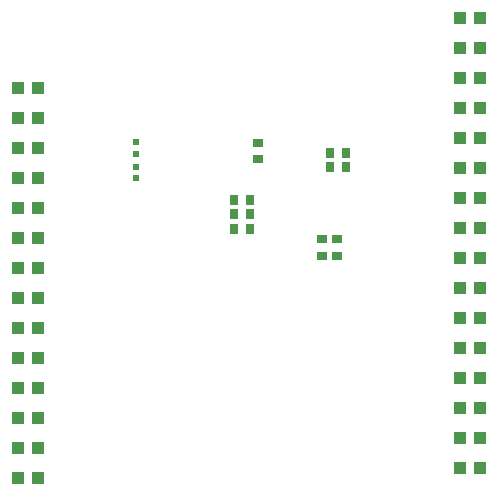
<source format=gbp>
G04*
G04 #@! TF.GenerationSoftware,Altium Limited,Altium Designer,23.9.2 (47)*
G04*
G04 Layer_Color=128*
%FSLAX44Y44*%
%MOMM*%
G71*
G04*
G04 #@! TF.SameCoordinates,60F5B71E-2B93-43DD-B637-9BD39DAD1F72*
G04*
G04*
G04 #@! TF.FilePolarity,Positive*
G04*
G01*
G75*
%ADD26R,1.0000X1.1000*%
%ADD70R,0.5000X0.6000*%
%ADD71R,0.8000X0.9000*%
%ADD72R,0.9000X0.8000*%
D26*
X428000Y162900D02*
D03*
X445000D02*
D03*
X428000Y188300D02*
D03*
X445000D02*
D03*
X428000Y213700D02*
D03*
X445000D02*
D03*
X428000Y239100D02*
D03*
X445000D02*
D03*
X428000Y264500D02*
D03*
X445000D02*
D03*
X428000Y289900D02*
D03*
X445000D02*
D03*
X428000Y315300D02*
D03*
X445000D02*
D03*
X428000Y340700D02*
D03*
X445000D02*
D03*
X428000Y366100D02*
D03*
X445000D02*
D03*
X428000Y391500D02*
D03*
X445000D02*
D03*
X428000Y416900D02*
D03*
X445000D02*
D03*
X428000Y442300D02*
D03*
X445000D02*
D03*
X428000Y467700D02*
D03*
X445000D02*
D03*
X428000Y493100D02*
D03*
X445000D02*
D03*
X428000Y518500D02*
D03*
X445000D02*
D03*
X428000Y543900D02*
D03*
X445000D02*
D03*
X53500Y154900D02*
D03*
X70500D02*
D03*
X53500Y180300D02*
D03*
X70500D02*
D03*
Y205700D02*
D03*
X53500D02*
D03*
X70500Y231100D02*
D03*
X53500D02*
D03*
X70500Y256500D02*
D03*
X53500D02*
D03*
X70500Y281900D02*
D03*
X53500D02*
D03*
X70500Y307300D02*
D03*
X53500D02*
D03*
X70500Y383500D02*
D03*
X53500D02*
D03*
X70500Y358100D02*
D03*
X53500D02*
D03*
X70500Y408900D02*
D03*
X53500D02*
D03*
X70500Y434300D02*
D03*
X53500D02*
D03*
X70500Y459700D02*
D03*
X53500D02*
D03*
X70500Y485100D02*
D03*
X53500D02*
D03*
X70500Y332700D02*
D03*
X53500D02*
D03*
D70*
X153750Y408250D02*
D03*
Y418250D02*
D03*
Y429250D02*
D03*
Y439250D02*
D03*
D71*
X250500Y390250D02*
D03*
X236500D02*
D03*
Y378000D02*
D03*
X250500D02*
D03*
X236500Y365750D02*
D03*
X250500D02*
D03*
X331750Y417750D02*
D03*
X317750D02*
D03*
X331750Y430000D02*
D03*
X317750D02*
D03*
D72*
X311500Y342750D02*
D03*
Y356750D02*
D03*
X323750Y342750D02*
D03*
Y356750D02*
D03*
X256500Y438500D02*
D03*
Y424500D02*
D03*
M02*

</source>
